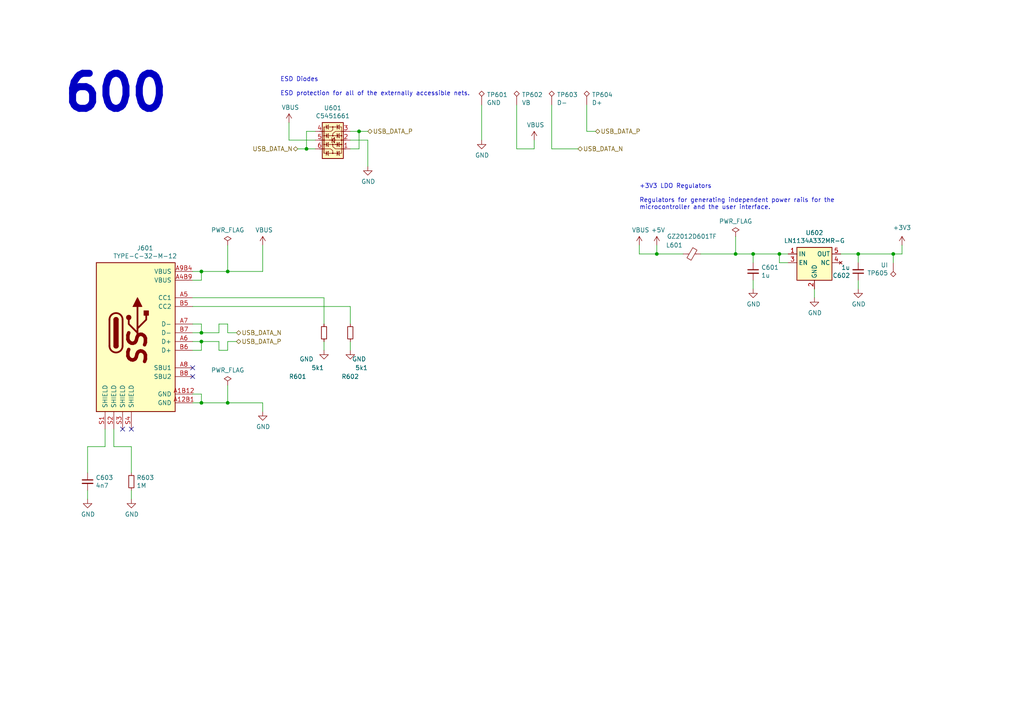
<source format=kicad_sch>
(kicad_sch (version 20231120) (generator "eeschema") (generator_version "8.0")
  (paper "A4")
  (lib_symbols
    (symbol "Connector:TestPoint_Alt" (pin_numbers hide) (pin_names (offset 0.762) hide)
      (property "Reference" "TP" (at 0 6.858 0))
      (property "Value" "TestPoint_Alt" (at 0 5.08 0))
      (symbol "TestPoint_Alt_0_1"
        (polyline (pts (xy 0 2.54) (xy -0.762 3.302) (xy 0 4.064) (xy 0.762 3.302) (xy 0 2.54)))
      )
      (symbol "TestPoint_Alt_1_1"
        (pin passive line (at 0 0 90) (length 2.54) (name "1") (number "1"))
      )
    )
    (symbol "power:+3V3" (power) (pin_names (offset 0))
      (property "Value" "+3V3" (at 0 3.556 0))
      (symbol "+3V3_0_1"
        (polyline (pts (xy -0.762 1.27) (xy 0 2.54)))
        (polyline (pts (xy 0 0) (xy 0 2.54)))
        (polyline (pts (xy 0 2.54) (xy 0.762 1.27)))
      )
      (symbol "+3V3_1_1"
        (pin power_in line (at 0 0 90) (length 0) hide (name "+3V3") (number "1"))
      )
    )
    (symbol "power:+5V" (power) (pin_names (offset 0))
      (property "Value" "+5V" (at 0 3.556 0))
      (symbol "+5V_0_1"
        (polyline (pts (xy -0.762 1.27) (xy 0 2.54)))
        (polyline (pts (xy 0 0) (xy 0 2.54)))
        (polyline (pts (xy 0 2.54) (xy 0.762 1.27)))
      )
      (symbol "+5V_1_1"
        (pin power_in line (at 0 0 90) (length 0) hide (name "+5V") (number "1"))
      )
    )
    (symbol "power:GND" (power) (pin_names (offset 0))
      (property "Value" "GND" (at 0 -3.81 0))
      (symbol "GND_0_1"
        (polyline (pts (xy 0 0) (xy 0 -1.27) (xy 1.27 -1.27) (xy 0 -2.54) (xy -1.27 -1.27) (xy 0 -1.27)))
      )
      (symbol "GND_1_1"
        (pin power_in line (at 0 0 270) (length 0) hide (name "GND") (number "1"))
      )
    )
    (symbol "power:PWR_FLAG" (power) (pin_numbers hide) (pin_names (offset 0) hide)
      (property "Value" "PWR_FLAG" (at 0 3.81 0))
      (symbol "PWR_FLAG_0_0"
        (pin power_out line (at 0 0 90) (length 0) (name "pwr") (number "1"))
      )
      (symbol "PWR_FLAG_0_1"
        (polyline (pts (xy 0 0) (xy 0 1.27) (xy -1.016 1.905) (xy 0 2.54) (xy 1.016 1.905) (xy 0 1.27)))
      )
    )
    (symbol "power:VBUS" (power) (pin_names (offset 0))
      (property "Value" "VBUS" (at 0 3.81 0))
      (symbol "VBUS_0_1"
        (polyline (pts (xy -0.762 1.27) (xy 0 2.54)))
        (polyline (pts (xy 0 0) (xy 0 2.54)))
        (polyline (pts (xy 0 2.54) (xy 0.762 1.27)))
      )
      (symbol "VBUS_1_1"
        (pin power_in line (at 0 0 90) (length 0) hide (name "VBUS") (number "1"))
      )
    )
    (symbol "suku_basics:CAP" (pin_numbers hide) (pin_names (offset 0.254) hide)
      (property "Reference" "C" (at 0.254 1.778 0))
      (symbol "CAP_0_1"
        (polyline (pts (xy -1.524 -0.508) (xy 1.524 -0.508)) (stroke (width 0.3302)))
        (polyline (pts (xy -1.524 0.508) (xy 1.524 0.508)) (stroke (width 0.3048)))
      )
      (symbol "CAP_1_1"
        (pin passive line (at 0 2.54 270) (length 2.032) (name "~") (number "1"))
        (pin passive line (at 0 -2.54 90) (length 2.032) (name "~") (number "2"))
      )
    )
    (symbol "suku_basics:FERRIT" (pin_numbers hide) (pin_names (offset 0))
      (property "Reference" "FB" (at 1.905 1.27 0))
      (symbol "FERRIT_0_1"
        (polyline (pts (xy 0 -1.27) (xy 0 -0.7874)))
        (polyline (pts (xy 0 0.889) (xy 0 1.2954)))
        (polyline (pts (xy -1.8288 0.2794) (xy -1.1176 1.4986) (xy 1.8288 -0.2032) (xy 1.1176 -1.4224) (xy -1.8288 0.2794)))
      )
      (symbol "FERRIT_1_1"
        (pin passive line (at 0 2.54 270) (length 1.27) (name "~") (number "1"))
        (pin passive line (at 0 -2.54 90) (length 1.27) (name "~") (number "2"))
      )
    )
    (symbol "suku_basics:RES" (pin_numbers hide) (pin_names (offset 0.254) hide)
      (property "Reference" "R" (at 0.762 0.508 0))
      (symbol "RES_1_1"
        (rectangle (start -0.762 1.778) (end 0.762 -1.778) (stroke (width 0.2032)))
        (pin passive line (at 0 2.54 270) (length 0.762) (name "~") (number "1"))
        (pin passive line (at 0 -2.54 90) (length 0.762) (name "~") (number "2"))
      )
    )
    (symbol "suku_basics:USB_C_TYPE-C-32-M-12" (pin_names (offset 1.016))
      (property "Reference" "J" (at -10.16 44.45 0))
      (property "Value" "TYPE-C-32-M-12" (at 10.16 44.45 0))
      (symbol "USB_C_TYPE-C-32-M-12_0_0"
        (text "SS" (at -0.762 -4.445 900) (effects (font (size 5.08 5.08) (bold yes) (italic yes))))
      )
      (symbol "USB_C_TYPE-C-32-M-12_0_1"
        (rectangle (start -12.7 20.32) (end 10.16 -22.86) (stroke (width 0.254)) (fill (type background)))
        (arc (start -8.89 -3.81) (mid -6.985 -5.7067) (end -5.08 -3.81) (stroke (width 0.508)))
        (arc (start -7.62 -3.81) (mid -6.985 -4.4423) (end -6.35 -3.81) (stroke (width 0.254)))
        (arc (start -7.62 -3.81) (mid -6.985 -4.4423) (end -6.35 -3.81) (stroke (width 0.254)) (fill (type outline)))
        (rectangle (start -7.62 -3.81) (end -6.35 3.81) (stroke (width 0.254)) (fill (type outline)))
        (arc (start -6.35 3.81) (mid -6.985 4.4423) (end -7.62 3.81) (stroke (width 0.254)))
        (arc (start -6.35 3.81) (mid -6.985 4.4423) (end -7.62 3.81) (stroke (width 0.254)) (fill (type outline)))
        (arc (start -5.08 3.81) (mid -6.985 5.7067) (end -8.89 3.81) (stroke (width 0.508)))
        (circle (center -3.302 4.445) (radius 0.635) (stroke (width 0.254)) (fill (type outline)))
        (polyline (pts (xy -8.89 -3.81) (xy -8.89 3.81)) (stroke (width 0.508)))
        (polyline (pts (xy -5.08 3.81) (xy -5.08 -3.81)) (stroke (width 0.508)))
        (polyline (pts (xy -0.762 -1.27) (xy -0.762 7.62)) (stroke (width 0.508)))
        (polyline (pts (xy -0.762 0) (xy -3.302 2.54) (xy -3.302 3.81)) (stroke (width 0.508)))
        (polyline (pts (xy -0.762 1.27) (xy 1.778 3.81) (xy 1.778 5.08)) (stroke (width 0.508)))
        (polyline (pts (xy -2.032 7.62) (xy -0.762 10.16) (xy 0.508 7.62) (xy -2.032 7.62)) (stroke (width 0.254)) (fill (type outline)))
        (rectangle (start 1.143 5.08) (end 2.413 6.35) (stroke (width 0.254)) (fill (type outline)))
      )
      (symbol "USB_C_TYPE-C-32-M-12_1_1"
        (pin power_in line (at 15.24 -20.32 180) (length 5.08) (name "GND") (number "A12B1"))
        (pin power_in line (at 15.24 -17.78 180) (length 5.08) (name "GND") (number "A1B12"))
        (pin power_in line (at 15.24 15.24 180) (length 5.08) (name "VBUS") (number "A4B9"))
        (pin bidirectional line (at 15.24 10.16 180) (length 5.08) (name "CC1") (number "A5"))
        (pin bidirectional line (at 15.24 -2.54 180) (length 5.08) (name "D+") (number "A6"))
        (pin bidirectional line (at 15.24 2.54 180) (length 5.08) (name "D-") (number "A7"))
        (pin bidirectional line (at 15.24 -10.16 180) (length 5.08) (name "SBU1") (number "A8"))
        (pin power_in line (at 15.24 17.78 180) (length 5.08) (name "VBUS") (number "A9B4"))
        (pin bidirectional line (at 15.24 7.62 180) (length 5.08) (name "CC2") (number "B5"))
        (pin bidirectional line (at 15.24 -5.08 180) (length 5.08) (name "D+") (number "B6"))
        (pin bidirectional line (at 15.24 0 180) (length 5.08) (name "D-") (number "B7"))
        (pin bidirectional line (at 15.24 -12.7 180) (length 5.08) (name "SBU2") (number "B8"))
        (pin passive line (at -10.16 -27.94 90) (length 5.08) (name "SHIELD") (number "S1"))
        (pin passive line (at -7.62 -27.94 90) (length 5.08) (name "SHIELD") (number "S2"))
        (pin passive line (at -5.08 -27.94 90) (length 5.08) (name "SHIELD") (number "S3"))
        (pin passive line (at -2.54 -27.94 90) (length 5.08) (name "SHIELD") (number "S4"))
      )
    )
    (symbol "suku_basics:U_ESD_4ch"
      (property "Reference" "U" (at -6.985 -2.54 0))
      (property "Value" "C5451661" (at 6.35 1.27 90))
      (symbol "U_ESD_4ch_0_1"
        (rectangle (start -5.334 3.048) (end 5.08 -3.048) (stroke (width 0.254)) (fill (type background)))
        (circle (center -3.81 0) (radius 0.127))
        (circle (center -3.81 0) (radius 0.127))
        (circle (center -1.27 -2.54) (radius 0.127))
        (circle (center -1.27 -2.54) (radius 0.127))
        (circle (center -1.27 0) (radius 0.127))
        (circle (center -1.27 0) (radius 0.127))
        (circle (center -1.27 2.54) (radius 0.127))
        (circle (center -1.27 2.54) (radius 0.127))
        (circle (center 0 -2.54) (radius 0.127))
        (circle (center 0 -2.54) (radius 0.127))
        (polyline (pts (xy -4.445 -1.27) (xy -3.175 -1.27)))
        (polyline (pts (xy -4.445 -1.27) (xy -3.175 -1.27)))
        (polyline (pts (xy -4.445 1.905) (xy -3.175 1.905)))
        (polyline (pts (xy -3.81 -2.54) (xy -3.81 -0.635)))
        (polyline (pts (xy -3.81 -2.54) (xy 3.81 -2.54)))
        (polyline (pts (xy -3.81 -0.635) (xy -3.81 0.635)))
        (polyline (pts (xy -3.81 0.635) (xy -3.81 2.54)))
        (polyline (pts (xy -3.81 2.54) (xy 3.81 2.54)))
        (polyline (pts (xy -3.81 2.54) (xy 3.81 2.54)))
        (polyline (pts (xy -1.905 -1.27) (xy -0.635 -1.27)))
        (polyline (pts (xy -1.905 -1.27) (xy -0.635 -1.27)))
        (polyline (pts (xy -1.905 1.905) (xy -0.635 1.905)))
        (polyline (pts (xy -1.27 -2.54) (xy -1.27 -0.635)))
        (polyline (pts (xy -1.27 -2.54) (xy -1.27 -0.635)))
        (polyline (pts (xy -1.27 0.635) (xy -1.27 -0.635)))
        (polyline (pts (xy -1.27 0.635) (xy -1.27 2.54)))
        (polyline (pts (xy 0 -0.889) (xy 0 -3.81)))
        (polyline (pts (xy 0 -0.889) (xy 0 1.016)))
        (polyline (pts (xy 0 -0.889) (xy 0 1.016)))
        (polyline (pts (xy 0 1.016) (xy 0 3.81)))
        (polyline (pts (xy 0.635 -1.27) (xy 1.905 -1.27)))
        (polyline (pts (xy 0.635 -1.27) (xy 1.905 -1.27)))
        (polyline (pts (xy 0.635 1.905) (xy 1.905 1.905)))
        (polyline (pts (xy 1.27 -2.54) (xy 1.27 -0.635)))
        (polyline (pts (xy 1.27 -2.54) (xy 1.27 -0.635)))
        (polyline (pts (xy 1.27 0.635) (xy 1.27 -0.635)))
        (polyline (pts (xy 1.27 0.635) (xy 1.27 2.54)))
        (polyline (pts (xy 3.175 -1.27) (xy 4.445 -1.27)))
        (polyline (pts (xy 3.175 -1.27) (xy 4.445 -1.27)))
        (polyline (pts (xy 3.175 1.905) (xy 4.445 1.905)))
        (polyline (pts (xy 3.81 -2.54) (xy 3.81 -0.635)))
        (polyline (pts (xy 3.81 0.635) (xy 3.81 -0.635)))
        (polyline (pts (xy 3.81 0.635) (xy 3.81 2.54)))
        (polyline (pts (xy 0.762 0.254) (xy -0.762 0.254) (xy -0.762 0)))
        (polyline (pts (xy -4.445 -1.905) (xy -3.175 -1.905) (xy -3.81 -1.27) (xy -4.445 -1.905)))
        (polyline (pts (xy -4.445 1.27) (xy -3.175 1.27) (xy -3.81 1.905) (xy -4.445 1.27)))
        (polyline (pts (xy -2.54 -3.81) (xy -2.54 -0.762) (xy -1.905 0) (xy -1.27 0)))
        (polyline (pts (xy -2.54 3.81) (xy -2.54 0.635) (xy -3.048 0) (xy -3.937 0)))
        (polyline (pts (xy -1.905 -1.905) (xy -0.635 -1.905) (xy -1.27 -1.27) (xy -1.905 -1.905)))
        (polyline (pts (xy -1.905 1.27) (xy -0.635 1.27) (xy -1.27 1.905) (xy -1.905 1.27)))
        (polyline (pts (xy -0.762 -0.508) (xy 0.762 -0.508) (xy 0 0.254) (xy -0.762 -0.508)))
        (polyline (pts (xy -0.762 -0.508) (xy 0.762 -0.508) (xy 0 0.254) (xy -0.762 -0.508)))
        (polyline (pts (xy 0.635 -1.905) (xy 1.905 -1.905) (xy 1.27 -1.27) (xy 0.635 -1.905)))
        (polyline (pts (xy 0.635 1.27) (xy 1.905 1.27) (xy 1.27 1.905) (xy 0.635 1.27)))
        (polyline (pts (xy 2.54 -3.81) (xy 2.54 -0.762) (xy 1.905 0) (xy 1.143 0)))
        (polyline (pts (xy 2.54 3.81) (xy 2.54 0.508) (xy 2.921 0) (xy 3.81 0)))
        (polyline (pts (xy 3.175 -1.905) (xy 4.445 -1.905) (xy 3.81 -1.27) (xy 3.175 -1.905)))
        (polyline (pts (xy 3.175 1.27) (xy 4.445 1.27) (xy 3.81 1.905) (xy 3.175 1.27)))
        (circle (center 0 2.54) (radius 0.127))
        (circle (center 0 2.54) (radius 0.127))
        (circle (center 1.27 -2.54) (radius 0.127))
        (circle (center 1.27 -2.54) (radius 0.127))
        (circle (center 1.27 0) (radius 0.127))
        (circle (center 1.27 0) (radius 0.127))
        (circle (center 1.27 2.54) (radius 0.127))
        (circle (center 1.27 2.54) (radius 0.127))
        (circle (center 3.81 0) (radius 0.127))
        (circle (center 3.81 0) (radius 0.127))
      )
      (symbol "U_ESD_4ch_1_1"
        (pin passive line (at -2.54 -5.08 90) (length 2.54) (name "~") (number "1"))
        (pin passive line (at 0 -5.08 90) (length 2.54) (name "~") (number "2"))
        (pin passive line (at 2.54 -5.08 90) (length 2.54) (name "~") (number "3"))
        (pin passive line (at 2.54 5.08 270) (length 2.54) (name "~") (number "4"))
        (pin passive line (at 0 5.08 270) (length 2.54) (name "~") (number "5"))
        (pin passive line (at -2.54 5.08 270) (length 2.54) (name "~") (number "6"))
      )
    )
    (symbol "suku_basics:U_REGULATOR_SOT23-5"
      (property "Reference" "U" (at -3.81 5.715 0))
      (symbol "U_REGULATOR_SOT23-5_0_1"
        (rectangle (start -5.08 4.445) (end 5.08 -5.08) (stroke (width 0.254)) (fill (type background)))
      )
      (symbol "U_REGULATOR_SOT23-5_1_1"
        (pin power_in line (at -7.62 2.54 0) (length 2.54) (name "IN") (number "1"))
        (pin power_in line (at 0 -7.62 90) (length 2.54) (name "GND") (number "2"))
        (pin input line (at -7.62 0 0) (length 2.54) (name "EN") (number "3"))
        (pin no_connect line (at 7.62 0 180) (length 2.54) (name "NC") (number "4"))
        (pin power_out line (at 7.62 2.54 180) (length 2.54) (name "OUT") (number "5"))
      )
    )
  )
  (junction (at 259.08 73.66))
  (junction (at 58.42 116.84))
  (junction (at 88.9 43.18))
  (junction (at 58.42 78.74))
  (junction (at 226.06 73.66))
  (junction (at 213.36 73.66))
  (junction (at 66.04 116.84))
  (junction (at 58.42 99.06))
  (junction (at 248.92 73.66))
  (junction (at 104.14 38.1))
  (junction (at 190.5 73.66))
  (junction (at 58.42 96.52))
  (junction (at 218.44 73.66))
  (junction (at 66.04 78.74))
  (no_connect (at 38.1 124.46))
  (no_connect (at 55.88 109.22))
  (no_connect (at 35.56 124.46))
  (no_connect (at 55.88 106.68))
  (wire (pts (xy 93.98 93.98) (xy 93.98 86.36)))
  (wire (pts (xy 91.44 38.1) (xy 88.9 38.1)))
  (wire (pts (xy 83.82 35.56) (xy 83.82 40.64)))
  (wire (pts (xy 55.88 96.52) (xy 58.42 96.52)))
  (wire (pts (xy 104.14 38.1) (xy 104.14 43.18)))
  (wire (pts (xy 149.86 30.48) (xy 149.86 43.18)))
  (wire (pts (xy 218.44 73.66) (xy 213.36 73.66)))
  (wire (pts (xy 55.88 114.3) (xy 58.42 114.3)))
  (wire (pts (xy 101.6 38.1) (xy 104.14 38.1)))
  (wire (pts (xy 170.18 30.48) (xy 170.18 38.1)))
  (wire (pts (xy 101.6 93.98) (xy 101.6 88.9)))
  (wire (pts (xy 248.92 81.28) (xy 248.92 83.82)))
  (wire (pts (xy 76.2 119.38) (xy 76.2 116.84)))
  (wire (pts (xy 170.18 38.1) (xy 172.72 38.1)))
  (wire (pts (xy 106.68 40.64) (xy 106.68 48.26)))
  (wire (pts (xy 248.92 73.66) (xy 248.92 76.2)))
  (wire (pts (xy 218.44 73.66) (xy 218.44 76.2)))
  (wire (pts (xy 63.5 101.6) (xy 63.5 99.06)))
  (wire (pts (xy 55.88 99.06) (xy 58.42 99.06)))
  (wire (pts (xy 185.42 73.66) (xy 185.42 71.12)))
  (wire (pts (xy 68.58 99.06) (xy 66.04 99.06)))
  (wire (pts (xy 185.42 73.66) (xy 190.5 73.66)))
  (wire (pts (xy 228.6 76.2) (xy 226.06 76.2)))
  (wire (pts (xy 58.42 81.28) (xy 58.42 78.74)))
  (wire (pts (xy 38.1 144.78) (xy 38.1 142.24)))
  (wire (pts (xy 58.42 116.84) (xy 58.42 114.3)))
  (wire (pts (xy 203.2 73.66) (xy 213.36 73.66)))
  (wire (pts (xy 58.42 101.6) (xy 55.88 101.6)))
  (wire (pts (xy 261.62 71.12) (xy 261.62 73.66)))
  (wire (pts (xy 58.42 93.98) (xy 55.88 93.98)))
  (wire (pts (xy 55.88 116.84) (xy 58.42 116.84)))
  (wire (pts (xy 55.88 81.28) (xy 58.42 81.28)))
  (wire (pts (xy 66.04 101.6) (xy 63.5 101.6)))
  (wire (pts (xy 66.04 78.74) (xy 76.2 78.74)))
  (wire (pts (xy 76.2 116.84) (xy 66.04 116.84)))
  (wire (pts (xy 58.42 78.74) (xy 66.04 78.74)))
  (wire (pts (xy 101.6 40.64) (xy 106.68 40.64)))
  (wire (pts (xy 226.06 73.66) (xy 228.6 73.66)))
  (wire (pts (xy 68.58 96.52) (xy 66.04 96.52)))
  (wire (pts (xy 248.92 73.66) (xy 259.08 73.66)))
  (wire (pts (xy 63.5 99.06) (xy 58.42 99.06)))
  (wire (pts (xy 25.4 137.16) (xy 25.4 129.54)))
  (wire (pts (xy 259.08 73.66) (xy 259.08 76.2)))
  (wire (pts (xy 66.04 96.52) (xy 66.04 93.98)))
  (wire (pts (xy 160.02 43.18) (xy 167.64 43.18)))
  (wire (pts (xy 55.88 88.9) (xy 101.6 88.9)))
  (wire (pts (xy 55.88 86.36) (xy 93.98 86.36)))
  (wire (pts (xy 139.7 40.64) (xy 139.7 30.48)))
  (wire (pts (xy 190.5 73.66) (xy 198.12 73.66)))
  (wire (pts (xy 58.42 99.06) (xy 58.42 101.6)))
  (wire (pts (xy 86.36 43.18) (xy 88.9 43.18)))
  (wire (pts (xy 38.1 129.54) (xy 38.1 137.16)))
  (wire (pts (xy 259.08 73.66) (xy 261.62 73.66)))
  (wire (pts (xy 55.88 78.74) (xy 58.42 78.74)))
  (wire (pts (xy 226.06 76.2) (xy 226.06 73.66)))
  (wire (pts (xy 190.5 71.12) (xy 190.5 73.66)))
  (wire (pts (xy 88.9 38.1) (xy 88.9 43.18)))
  (wire (pts (xy 76.2 78.74) (xy 76.2 71.12)))
  (wire (pts (xy 236.22 83.82) (xy 236.22 86.36)))
  (wire (pts (xy 218.44 81.28) (xy 218.44 83.82)))
  (wire (pts (xy 58.42 96.52) (xy 63.5 96.52)))
  (wire (pts (xy 58.42 96.52) (xy 58.42 93.98)))
  (wire (pts (xy 101.6 101.6) (xy 101.6 99.06)))
  (wire (pts (xy 30.48 124.46) (xy 30.48 129.54)))
  (wire (pts (xy 66.04 111.76) (xy 66.04 116.84)))
  (wire (pts (xy 25.4 129.54) (xy 30.48 129.54)))
  (wire (pts (xy 25.4 144.78) (xy 25.4 142.24)))
  (wire (pts (xy 66.04 116.84) (xy 58.42 116.84)))
  (wire (pts (xy 66.04 99.06) (xy 66.04 101.6)))
  (wire (pts (xy 149.86 43.18) (xy 154.94 43.18)))
  (wire (pts (xy 104.14 38.1) (xy 106.68 38.1)))
  (wire (pts (xy 33.02 124.46) (xy 33.02 129.54)))
  (wire (pts (xy 66.04 71.12) (xy 66.04 78.74)))
  (wire (pts (xy 154.94 43.18) (xy 154.94 40.64)))
  (wire (pts (xy 213.36 73.66) (xy 213.36 68.58)))
  (wire (pts (xy 66.04 93.98) (xy 63.5 93.98)))
  (wire (pts (xy 243.84 73.66) (xy 248.92 73.66)))
  (wire (pts (xy 93.98 101.6) (xy 93.98 99.06)))
  (wire (pts (xy 160.02 30.48) (xy 160.02 43.18)))
  (wire (pts (xy 88.9 43.18) (xy 91.44 43.18)))
  (wire (pts (xy 226.06 73.66) (xy 218.44 73.66)))
  (wire (pts (xy 83.82 40.64) (xy 91.44 40.64)))
  (wire (pts (xy 104.14 43.18) (xy 101.6 43.18)))
  (wire (pts (xy 33.02 129.54) (xy 38.1 129.54)))
  (wire (pts (xy 63.5 93.98) (xy 63.5 96.52)))
  (text "ESD Diodes\n\nESD protection for all of the externally accessible nets." (at 81.28 27.94 0) (effects (font (size 1.27 1.27)) (justify left bottom)))
  (text "+3V3 LDO Regulators\n\nRegulators for generating independent power rails for the\nmicrocontroller and the user interface." (at 185.42 60.96 0) (effects (font (size 1.27 1.27)) (justify left bottom)))
  (text "600" (at 17.78 33.02 0) (effects (font (size 10.16 10.16) (thickness 2.032) (bold yes)) (justify left bottom)))
  (hierarchical_label "USB_DATA_N" (shape bidirectional) (at 86.36 43.18 180))
  (hierarchical_label "USB_DATA_P" (shape bidirectional) (at 106.68 38.1 0))
  (hierarchical_label "USB_DATA_N" (shape bidirectional) (at 68.58 96.52 0))
  (hierarchical_label "USB_DATA_P" (shape bidirectional) (at 68.58 99.06 0))
  (hierarchical_label "USB_DATA_N" (shape bidirectional) (at 167.64 43.18 0))
  (hierarchical_label "USB_DATA_P" (shape bidirectional) (at 172.72 38.1 0))
  (symbol (lib_id "Connector:TestPoint_Alt") (at 170.18 30.48 0) (unit 1)
    (property "Reference" "TP604" (at 171.6532 27.4828 0) (effects (justify left)))
    (property "Value" "D+" (at 171.6532 29.7942 0) (effects (justify left)))
    (property "Footprint" "TestPoint:TestPoint_Pad_D1.0mm" (effects (hide yes)))
  )
  (symbol (lib_id "Connector:TestPoint_Alt") (at 160.02 30.48 0) (unit 1)
    (property "Reference" "TP603" (at 161.4932 27.4828 0) (effects (justify left)))
    (property "Value" "D-" (at 161.4932 29.7942 0) (effects (justify left)))
    (property "Footprint" "TestPoint:TestPoint_Pad_D1.0mm" (effects (hide yes)))
  )
  (symbol (lib_id "Connector:TestPoint_Alt") (at 149.86 30.48 0) (unit 1)
    (property "Reference" "TP602" (at 151.3332 27.4828 0) (effects (justify left)))
    (property "Value" "VB" (at 151.3332 29.7942 0) (effects (justify left)))
    (property "Footprint" "TestPoint:TestPoint_Pad_D1.0mm" (effects (hide yes)))
  )
  (symbol (lib_id "Connector:TestPoint_Alt") (at 139.7 30.48 0) (unit 1)
    (property "Reference" "TP601" (at 141.1732 27.4828 0) (effects (justify left)))
    (property "Value" "GND" (at 141.1732 29.7942 0) (effects (justify left)))
    (property "Footprint" "TestPoint:TestPoint_Pad_1.0x1.0mm" (effects (hide yes)))
  )
  (symbol (lib_id "power:VBUS") (at 154.94 40.64 0) (unit 1)
    (property "Reference" "#PWR0603" (effects (hide yes)))
    (property "Value" "VBUS" (at 155.321 36.2458 0))
  )
  (symbol (lib_id "power:GND") (at 139.7 40.64 0) (unit 1)
    (property "Reference" "#PWR0602" (effects (hide yes)))
    (property "Value" "GND" (at 139.827 45.0342 0))
  )
  (symbol (lib_id "Connector:TestPoint_Alt") (at 259.08 76.2 180) (unit 1)
    (property "Reference" "TP605" (at 257.6068 79.1972 0) (effects (justify left)))
    (property "Value" "UI" (at 257.6068 76.8858 0) (effects (justify left)))
    (property "Footprint" "TestPoint:TestPoint_Pad_D1.0mm" (effects (hide yes)))
  )
  (symbol (lib_id "suku_basics:U_REGULATOR_SOT23-5") (at 236.22 76.2 0) (unit 1)
    (property "Reference" "U602" (at 236.22 67.5132 0))
    (property "Value" "LN1134A332MR-G" (at 236.22 69.8246 0))
    (property "Footprint" "suku_basics:SOT-23-5" (effects (hide yes)))
    (property "Datasheet" "http://www.ti.com/lit/ds/symlink/tlv712.pdf" (effects (hide yes)))
  )
  (symbol (lib_id "suku_basics:U_ESD_4ch") (at 96.52 40.64 90) (unit 1)
    (property "Reference" "U601" (at 96.52 31.3182 90))
    (property "Value" "C5451661" (at 96.52 33.6296 90))
    (property "Footprint" "suku_basics:SOT-23-6" (effects (hide yes)))
    (property "Datasheet" "http://www.onsemi.com/pub_link/Collateral/NUP4202W1-D.PDF" (effects (hide yes)))
  )
  (symbol (lib_id "power:GND") (at 106.68 48.26 0) (unit 1)
    (property "Reference" "#PWR0604" (effects (hide yes)))
    (property "Value" "GND" (at 106.807 52.6542 0))
  )
  (symbol (lib_id "power:VBUS") (at 83.82 35.56 0) (unit 1)
    (property "Reference" "#PWR0601" (effects (hide yes)))
    (property "Value" "VBUS" (at 84.201 31.1658 0))
  )
  (symbol (lib_id "power:GND") (at 248.92 83.82 0) (unit 1)
    (property "Reference" "#PWR0610" (effects (hide yes)))
    (property "Value" "GND" (at 249.047 88.2142 0))
  )
  (symbol (lib_id "suku_basics:CAP") (at 218.44 78.74 0) (unit 1)
    (property "Reference" "C601" (at 220.7768 77.5716 0) (effects (justify left)))
    (property "Value" "1u" (at 220.7768 79.883 0) (effects (justify left)))
    (property "Footprint" "suku_basics:CAP_0402" (effects (hide yes)))
  )
  (symbol (lib_id "suku_basics:CAP") (at 248.92 78.74 180) (unit 1)
    (property "Reference" "C602" (at 246.5832 79.9084 0) (effects (justify left)))
    (property "Value" "1u" (at 246.5832 77.597 0) (effects (justify left)))
    (property "Footprint" "suku_basics:CAP_0402" (effects (hide yes)))
  )
  (symbol (lib_id "power:+5V") (at 190.5 71.12 0) (unit 1)
    (property "Reference" "#PWR0607" (effects (hide yes)))
    (property "Value" "+5V" (at 190.881 66.7258 0))
  )
  (symbol (lib_id "power:VBUS") (at 185.42 71.12 0) (unit 1)
    (property "Reference" "#PWR0606" (effects (hide yes)))
    (property "Value" "VBUS" (at 185.801 66.7258 0))
  )
  (symbol (lib_id "suku_basics:FERRIT") (at 200.66 73.66 270) (unit 1)
    (property "Reference" "L601" (at 195.58 71.12 90))
    (property "Value" "GZ2012D601TF" (at 200.66 68.58 90))
    (property "Footprint" "suku_basics:FERRIT_0805" (effects (hide yes)))
  )
  (symbol (lib_id "power:PWR_FLAG") (at 213.36 68.58 0) (unit 1)
    (property "Reference" "#FLG0601" (effects (hide yes)))
    (property "Value" "PWR_FLAG" (at 213.36 64.1858 0))
  )
  (symbol (lib_id "suku_basics:RES") (at 101.6 96.52 0) (mirror y) (unit 1)
    (property "Reference" "R602" (at 104.14 109.22 0) (effects (justify left)))
    (property "Value" "5k1" (at 106.68 106.68 0) (effects (justify left)))
    (property "Footprint" "suku_basics:RES_0402" (effects (hide yes)))
  )
  (symbol (lib_id "power:GND") (at 101.6 101.6 0) (mirror y) (unit 1)
    (property "Reference" "#PWR0613" (effects (hide yes)))
    (property "Value" "GND" (at 104.14 104.14 0))
  )
  (symbol (lib_id "suku_basics:RES") (at 93.98 96.52 0) (mirror y) (unit 1)
    (property "Reference" "R601" (at 88.9 109.22 0) (effects (justify left)))
    (property "Value" "5k1" (at 93.98 106.68 0) (effects (justify left)))
    (property "Footprint" "suku_basics:RES_0402" (effects (hide yes)))
  )
  (symbol (lib_id "power:GND") (at 93.98 101.6 0) (mirror y) (unit 1)
    (property "Reference" "#PWR0612" (effects (hide yes)))
    (property "Value" "GND" (at 88.9 104.14 0))
  )
  (symbol (lib_id "suku_basics:USB_C_TYPE-C-32-M-12") (at 40.64 96.52 0) (unit 1)
    (property "Reference" "J601" (at 42.0878 71.9582 0))
    (property "Value" "TYPE-C-32-M-12" (at 42.0878 74.2696 0))
    (property "Footprint" "suku_basics:USB_C_Korean_Hroparts_TYPE-C-31-M-12" (effects (hide yes)))
  )
  (symbol (lib_id "power:GND") (at 38.1 144.78 0) (unit 1)
    (property "Reference" "#PWR0616" (effects (hide yes)))
    (property "Value" "GND" (at 38.227 149.1742 0))
  )
  (symbol (lib_id "suku_basics:RES") (at 38.1 139.7 0) (unit 1)
    (property "Reference" "R603" (at 39.5986 138.5316 0) (effects (justify left)))
    (property "Value" "1M" (at 39.5986 140.843 0) (effects (justify left)))
    (property "Footprint" "suku_basics:RES_0402" (effects (hide yes)))
  )
  (symbol (lib_id "power:GND") (at 25.4 144.78 0) (unit 1)
    (property "Reference" "#PWR0615" (effects (hide yes)))
    (property "Value" "GND" (at 25.527 149.1742 0))
  )
  (symbol (lib_id "suku_basics:CAP") (at 25.4 139.7 0) (unit 1)
    (property "Reference" "C603" (at 27.7368 138.5316 0) (effects (justify left)))
    (property "Value" "4n7" (at 27.7368 140.843 0) (effects (justify left)))
    (property "Footprint" "suku_basics:CAP_0402" (effects (hide yes)))
  )
  (symbol (lib_id "power:VBUS") (at 76.2 71.12 0) (unit 1)
    (property "Reference" "#PWR0605" (effects (hide yes)))
    (property "Value" "VBUS" (at 76.581 66.7258 0))
  )
  (symbol (lib_id "power:PWR_FLAG") (at 66.04 71.12 0) (unit 1)
    (property "Reference" "#FLG0602" (effects (hide yes)))
    (property "Value" "PWR_FLAG" (at 66.04 66.7258 0))
  )
  (symbol (lib_id "power:GND") (at 76.2 119.38 0) (unit 1)
    (property "Reference" "#PWR0614" (effects (hide yes)))
    (property "Value" "GND" (at 76.327 123.7742 0))
  )
  (symbol (lib_id "power:PWR_FLAG") (at 66.04 111.76 0) (unit 1)
    (property "Reference" "#FLG0603" (effects (hide yes)))
    (property "Value" "PWR_FLAG" (at 66.04 107.3658 0))
  )
  (symbol (lib_id "power:GND") (at 236.22 86.36 0) (unit 1)
    (property "Reference" "#PWR0611" (effects (hide yes)))
    (property "Value" "GND" (at 236.347 90.7542 0))
  )
  (symbol (lib_id "power:GND") (at 218.44 83.82 0) (unit 1)
    (property "Reference" "#PWR0609" (effects (hide yes)))
    (property "Value" "GND" (at 218.567 88.2142 0))
  )
  (symbol (lib_id "power:+3V3") (at 261.62 71.12 0) (unit 1)
    (property "Reference" "#PWR0608" (effects (hide yes)))
    (property "Value" "+3V3" (at 261.62 66.04 0))
  )
)
</source>
